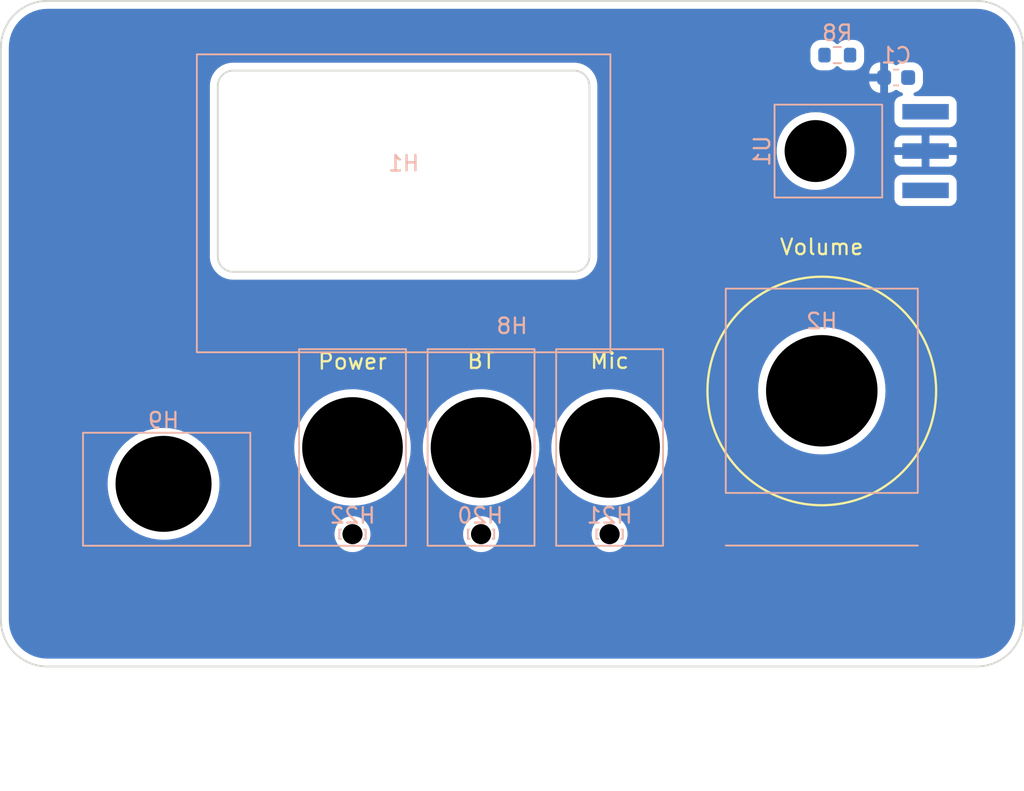
<source format=kicad_pcb>
(kicad_pcb (version 20211014) (generator pcbnew)
  (layers (0 "F.Cu" signal) (31 "B.Cu" signal) (34 "B.Paste" user) (35 "F.Paste" user) (36 "B.SilkS" user "B.Silkscreen") (37 "F.SilkS" user "F.Silkscreen") (38 "B.Mask" user) (39 "F.Mask" user) (44 "Edge.Cuts" user))
  (net 0 "")
  (net 1 "GND")
  (net 2 "+3V3")
  (net 3 "Net-(C1-Pad1)")
  (net 4 "/IR")
  (footprint "Capacitor_SMD:C_0603_1608Metric" (layer "B.Cu") (at 217.8 54.95 180)
    (fp_text reference "C1" (at 0 1.43) (layer "B.SilkS") (effects (justify mirror)))
    (fp_text value "0.1uF")
    (fp_line (start -0.14058 0.51) (end 0.14058 0.51) (layer "B.SilkS") (width 0.12))
    (fp_line (start -0.14058 -0.51) (end 0.14058 -0.51) (layer "B.SilkS") (width 0.12))
    (pad "1" smd roundrect locked (at -0.775 0 180) (size 0.9 0.95) (layers "B.Cu" "B.Paste" "B.Mask") (net 3 "Net-(C1-Pad1)"))
    (pad "2" smd roundrect locked (at 0.775 0 180) (size 0.9 0.95) (layers "B.Cu" "B.Paste" "B.Mask") (net 1 "GND"))
  )
  (footprint "FrontPanel-Footprints:PanelCutout_Jack_3.5mm_CUI_SJ-435107" (layer "B.Cu") (at 170.5 81.2 180)
    (fp_text reference "H9" (at 0 4.1 unlocked) (layer "B.SilkS") (effects (justify mirror)))
    (fp_text value "Headphones")
    (fp_rect (start -5.6 3.3) (end 5.2 -4) (layer "B.SilkS") (width 0.12) (fill none))
    (pad "" np_thru_hole circle (at 0 0 180) (size 6.2 6.2) (drill 6.2) (layers *.Mask))
  )
  (footprint "Resistor_SMD:R_0603_1608Metric" (layer "B.Cu") (at 214 53.5 180)
    (fp_text reference "R8" (at 0 1.43) (layer "B.SilkS") (effects (justify mirror)))
    (fp_text value "100")
    (fp_line (start -0.237258 0.5225) (end 0.237258 0.5225) (layer "B.SilkS") (width 0.12))
    (fp_line (start -0.237258 -0.5225) (end 0.237258 -0.5225) (layer "B.SilkS") (width 0.12))
    (pad "1" smd roundrect locked (at -0.825 0 180) (size 0.8 0.95) (layers "B.Cu" "B.Paste" "B.Mask") (net 3 "Net-(C1-Pad1)"))
    (pad "2" smd roundrect locked (at 0.825 0 180) (size 0.8 0.95) (layers "B.Cu" "B.Paste" "B.Mask") (net 2 "+3V3"))
  )
  (footprint "FrontPanel-Footprints:PanelCutout_RotaryEncoder_TT_EN12-V_Knob16mm" (layer "B.Cu") (at 213 75.1875 180)
    (fp_text reference "H2" (at 0 4.5 unlocked) (layer "B.SilkS") (effects (justify mirror)))
    (fp_text value "Volume")
    (fp_line (start -6.2 -10) (end 6.2 -10) (layer "B.SilkS") (width 0.12))
    (fp_rect (start -6.2 6.6) (end 6.2 -6.6) (layer "B.SilkS") (width 0.12) (fill none))
    (pad "" np_thru_hole circle (at 0 0 180) (size 7.2 7.2) (drill 7.2) (layers *.Mask))
  )
  (footprint "FrontPanel-Footprints:PanelCutout_SW_E-Switch_100SP-M7" (layer "B.Cu") (at 191 78.85 180)
    (fp_text reference "H20" (at 0.05 -4.4 unlocked) (layer "B.SilkS") (effects (justify mirror)))
    (fp_text value "PAIR")
    (fp_rect (start -3.45 6.35) (end 3.45 -6.35) (layer "B.SilkS") (width 0.12) (fill none))
    (pad "" np_thru_hole circle (at 0 0 180) (size 6.5 6.5) (drill 6.5) (layers *.Mask))
  )
  (footprint "FrontPanel-Footprints:EnclosureEndPlate_66x43mm" (layer "B.Cu") (at 193 71.5 180)
    (fp_text reference "H8" (at 0 0.5 unlocked) (layer "B.SilkS") (effects (justify mirror)))
    (fp_text value "Enclosure")
    (fp_line (start 30 21.5) (end -30 21.5) (layer "Edge.Cuts") (width 0.12))
    (fp_line (start 33 -18.5) (end 33 18.5) (layer "Edge.Cuts") (width 0.12))
    (fp_line (start -30 -21.5) (end 30 -21.5) (layer "Edge.Cuts") (width 0.12))
    (fp_line (start -33 18.5) (end -33 -18.5) (layer "Edge.Cuts") (width 0.12))
    (fp_arc (start -33 -18.5) (mid -32.12132 -20.62132) (end -30 -21.5) (layer "Edge.Cuts") (width 0.12))
    (fp_arc (start 30 -21.5) (mid 32.12132 -20.62132) (end 33 -18.5) (layer "Edge.Cuts") (width 0.12))
    (fp_arc (start -30 21.5) (mid -32.12132 20.62132) (end -33 18.5) (layer "Edge.Cuts") (width 0.12))
    (fp_arc (start 33 18.5) (mid 32.12132 20.62132) (end 30 21.5) (layer "Edge.Cuts") (width 0.12))
  )
  (footprint "FrontPanel-Footprints:PanelCutout_LED_0603_1608Metric_SideView_Inolux" (layer "B.Cu") (at 199.3 84.45 180)
    (fp_text reference "H17" hide)
    (fp_text value "MIC" hide)
    (fp_line (start 0.85 0.3) (end 0.75 0.3) (layer "B.SilkS") (width 0.12))
    (fp_line (start -0.85 -0.3) (end -0.75 -0.3) (layer "B.SilkS") (width 0.12))
    (fp_line (start -0.85 -0.3) (end -0.85 0.3) (layer "B.SilkS") (width 0.12))
    (fp_line (start -0.85 0.3) (end -0.75 0.3) (layer "B.SilkS") (width 0.12))
    (fp_line (start 0.85 -0.3) (end 0.75 -0.3) (layer "B.SilkS") (width 0.12))
    (fp_line (start 0.85 0.3) (end 0.85 -0.3) (layer "B.SilkS") (width 0.12))
    (pad "" np_thru_hole circle (at 0 0 180) (size 1.3 1.3) (drill 1.3) (layers *.Mask))
  )
  (footprint "FrontPanel-Footprints:Vishay_Mold_Reverse" (layer "B.Cu") (at 212.6 59.7 -90)
    (fp_text reference "U1" (at 0 3.45 -270 unlocked) (layer "B.SilkS") (effects (justify mirror)))
    (fp_text value "TSOP45xx")
    (fp_rect (start -3 2.65) (end 3 -4.3) (layer "B.SilkS") (width 0.12) (fill none))
    (pad "" np_thru_hole circle (at 0 0 270) (size 4 4) (drill 4) (layers *.Mask))
    (pad "1" smd rect (at 2.54 -7.1 270) (size 1 3) (layers "B.Cu" "B.Paste" "B.Mask") (net 4 "/IR"))
    (pad "2" smd rect (at 0 -7.1 270) (size 1 3) (layers "B.Cu" "B.Paste" "B.Mask") (net 1 "GND"))
    (pad "3" smd rect (at -2.54 -7.1 270) (size 1 3) (layers "B.Cu" "B.Paste" "B.Mask") (net 3 "Net-(C1-Pad1)"))
  )
  (footprint "FrontPanel-Footprints:PanelCutout_LED_0603_1608Metric_SideView_Inolux" (layer "B.Cu") (at 191 84.45 180)
    (fp_text reference "H15" hide)
    (fp_text value "BT" hide)
    (fp_line (start 0.85 0.3) (end 0.75 0.3) (layer "B.SilkS") (width 0.12))
    (fp_line (start -0.85 -0.3) (end -0.75 -0.3) (layer "B.SilkS") (width 0.12))
    (fp_line (start 0.85 -0.3) (end 0.75 -0.3) (layer "B.SilkS") (width 0.12))
    (fp_line (start -0.85 -0.3) (end -0.85 0.3) (layer "B.SilkS") (width 0.12))
    (fp_line (start -0.85 0.3) (end -0.75 0.3) (layer "B.SilkS") (width 0.12))
    (fp_line (start 0.85 0.3) (end 0.85 -0.3) (layer "B.SilkS") (width 0.12))
    (pad "" np_thru_hole circle (at 0 0 180) (size 1.3 1.3) (drill 1.3) (layers *.Mask))
  )
  (footprint "FrontPanel-Footprints:PanelCutout_LED_0603_1608Metric_SideView_Inolux" (layer "B.Cu") (at 182.7 84.45 180)
    (fp_text reference "H16" hide)
    (fp_text value "POWER" hide)
    (fp_line (start -0.85 -0.3) (end -0.85 0.3) (layer "B.SilkS") (width 0.12))
    (fp_line (start 0.85 -0.3) (end 0.75 -0.3) (layer "B.SilkS") (width 0.12))
    (fp_line (start -0.85 0.3) (end -0.75 0.3) (layer "B.SilkS") (width 0.12))
    (fp_line (start 0.85 0.3) (end 0.85 -0.3) (layer "B.SilkS") (width 0.12))
    (fp_line (start 0.85 0.3) (end 0.75 0.3) (layer "B.SilkS") (width 0.12))
    (fp_line (start -0.85 -0.3) (end -0.75 -0.3) (layer "B.SilkS") (width 0.12))
    (pad "" np_thru_hole circle (at 0 0 180) (size 1.3 1.3) (drill 1.3) (layers *.Mask))
  )
  (footprint "FrontPanel-Footprints:PanelCutout_SW_E-Switch_100SP-M7" (layer "B.Cu") (at 182.7 78.85 180)
    (fp_text reference "H22" (at 0 -4.4 unlocked) (layer "B.SilkS") (effects (justify mirror)))
    (fp_text value "Power")
    (fp_rect (start -3.45 6.35) (end 3.45 -6.35) (layer "B.SilkS") (width 0.12) (fill none))
    (pad "" np_thru_hole circle (at 0 0 180) (size 6.5 6.5) (drill 6.5) (layers *.Mask))
  )
  (footprint "FrontPanel-Footprints:PanelCutout_OLED_0.96inch" (layer "B.Cu") (at 186 61 180)
    (fp_text reference "H1" (at 0 0.5 unlocked) (layer "B.SilkS") (effects (justify mirror)))
    (fp_text value "Display")
    (fp_rect (start -13.35 7.55) (end 13.35 -11.7) (layer "B.SilkS") (width 0.12) (fill none))
    (fp_line (start 12 5.5) (end 12 -5.5) (layer "Edge.Cuts") (width 0.12))
    (fp_line (start 11 -6.5) (end -11 -6.5) (layer "Edge.Cuts") (width 0.12))
    (fp_line (start -11 6.5) (end 11 6.5) (layer "Edge.Cuts") (width 0.12))
    (fp_line (start -12 -5.5) (end -12 5.5) (layer "Edge.Cuts") (width 0.12))
    (fp_arc (start -12 -5.5) (mid -11.707107 -6.207107) (end -11 -6.5) (layer "Edge.Cuts") (width 0.12))
    (fp_arc (start -11 6.5) (mid -11.707107 6.207107) (end -12 5.5) (layer "Edge.Cuts") (width 0.12))
    (fp_arc (start 11 -6.5) (mid 11.707107 -6.207107) (end 12 -5.5) (layer "Edge.Cuts") (width 0.12))
    (fp_arc (start 12 5.5) (mid 11.707107 6.207107) (end 11 6.5) (layer "Edge.Cuts") (width 0.12))
  )
  (footprint "FrontPanel-Footprints:PanelCutout_SW_E-Switch_100SP-M7" (layer "B.Cu") (at 199.3 78.85 180)
    (fp_text reference "H21" (at 0 -4.4 unlocked) (layer "B.SilkS") (effects (justify mirror)))
    (fp_text value "MIC")
    (fp_rect (start -3.45 6.35) (end 3.45 -6.35) (layer "B.SilkS") (width 0.12) (fill none))
    (pad "" np_thru_hole circle (at 0 0 180) (size 6.5 6.5) (drill 6.5) (layers *.Mask))
  )
  (gr_circle (center 213 75.2) (end 213 67.817588) (layer "F.SilkS") (width 0.15) (fill none))
  (gr_text "BT" (at 191 73.25) (layer "F.SilkS") (effects (font (size 1 1))))
  (gr_text "Mic" (at 199.3 73.25) (layer "F.SilkS") (effects (font (size 1 1))))
  (gr_text "Power" (at 182.7 73.3) (layer "F.SilkS") (effects (font (size 1 1))))
  (gr_text "Volume" (at 213 65.9) (layer "F.SilkS") (effects (font (size 1 1))))
  (zone (net 1) (net_name "GND") (layers F&B.Cu) (connect_pads (clearance 0.508)) (min_thickness 0.254) (fill yes (thermal_gap 0.508) (thermal_bridge_width 0.508))
    (polygon (pts (xy 226 93) (xy 160 93) (xy 160 50) (xy 226 50)))
  )
)
</source>
